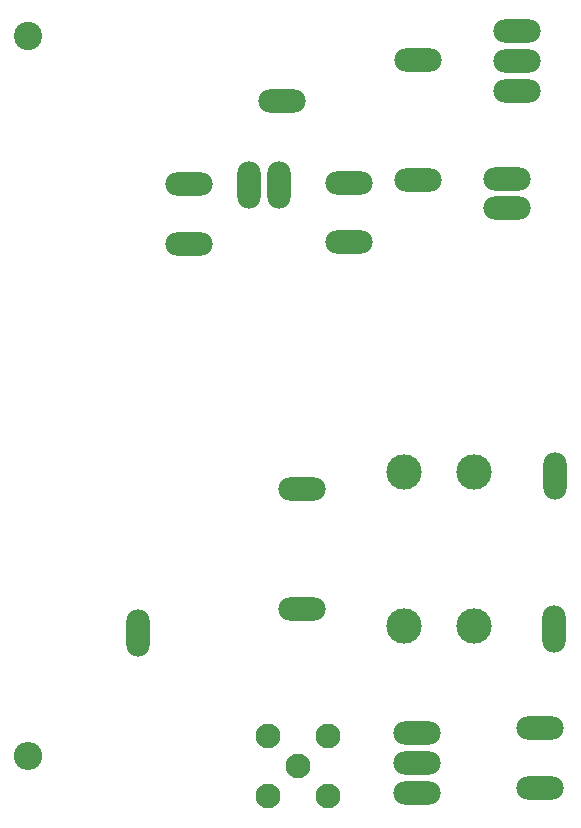
<source format=gbr>
%TF.GenerationSoftware,KiCad,Pcbnew,(6.0.7)*%
%TF.CreationDate,2023-01-18T16:47:16-05:00*%
%TF.ProjectId,Inductor Saturation Test,496e6475-6374-46f7-9220-536174757261,rev?*%
%TF.SameCoordinates,Original*%
%TF.FileFunction,Soldermask,Top*%
%TF.FilePolarity,Negative*%
%FSLAX46Y46*%
G04 Gerber Fmt 4.6, Leading zero omitted, Abs format (unit mm)*
G04 Created by KiCad (PCBNEW (6.0.7)) date 2023-01-18 16:47:16*
%MOMM*%
%LPD*%
G01*
G04 APERTURE LIST*
%ADD10C,2.400000*%
%ADD11O,2.400000X2.400000*%
%ADD12O,4.000000X2.000000*%
%ADD13O,2.000000X4.000000*%
%ADD14C,3.000000*%
%ADD15C,2.100000*%
G04 APERTURE END LIST*
D10*
%TO.C,R2*%
X94361000Y-30035500D03*
D11*
X94361000Y-90995500D03*
%TD*%
D12*
%TO.C,R1*%
X137668000Y-93662500D03*
X137668000Y-88582500D03*
%TD*%
%TO.C,R3*%
X107950000Y-42545000D03*
X107950000Y-47625000D03*
%TD*%
D13*
%TO.C,TP4*%
X138874500Y-80200500D03*
%TD*%
%TO.C,TP3*%
X139001500Y-67310000D03*
%TD*%
%TO.C,TP2*%
X103632000Y-80581500D03*
%TD*%
D12*
%TO.C,TP1*%
X115887500Y-35496500D03*
%TD*%
D14*
%TO.C,T1*%
X132159000Y-79969500D03*
X132159000Y-66969500D03*
X126159000Y-79969500D03*
X126159000Y-66969500D03*
%TD*%
D12*
%TO.C,Q1*%
X127317500Y-94107000D03*
X127317500Y-91567000D03*
X127317500Y-89027000D03*
%TD*%
%TO.C,J2*%
X135763000Y-29639500D03*
X135763000Y-32179500D03*
X135763000Y-34719500D03*
%TD*%
D15*
%TO.C,J1*%
X119761000Y-89281000D03*
X119761000Y-94361000D03*
X114681000Y-94361000D03*
X114681000Y-89281000D03*
X117221000Y-91821000D03*
%TD*%
D12*
%TO.C,D3*%
X127381000Y-42227500D03*
X127381000Y-32067500D03*
%TD*%
D13*
%TO.C,D2*%
X113088500Y-42672000D03*
X115628500Y-42672000D03*
%TD*%
D12*
%TO.C,D1*%
X117538500Y-78549500D03*
X117538500Y-68389500D03*
%TD*%
%TO.C,C2*%
X121539000Y-42458000D03*
X121539000Y-47458000D03*
%TD*%
%TO.C,C1*%
X134937500Y-44590849D03*
X134937500Y-42090849D03*
%TD*%
M02*

</source>
